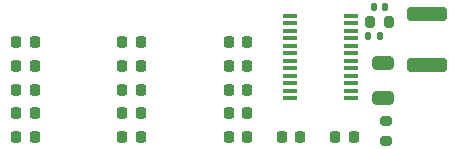
<source format=gbr>
%TF.GenerationSoftware,KiCad,Pcbnew,(6.0.1)*%
%TF.CreationDate,2022-02-13T16:15:42+01:00*%
%TF.ProjectId,PiStackMon_lite,50695374-6163-46b4-9d6f-6e5f6c697465,rev?*%
%TF.SameCoordinates,Original*%
%TF.FileFunction,Paste,Top*%
%TF.FilePolarity,Positive*%
%FSLAX46Y46*%
G04 Gerber Fmt 4.6, Leading zero omitted, Abs format (unit mm)*
G04 Created by KiCad (PCBNEW (6.0.1)) date 2022-02-13 16:15:42*
%MOMM*%
%LPD*%
G01*
G04 APERTURE LIST*
G04 Aperture macros list*
%AMRoundRect*
0 Rectangle with rounded corners*
0 $1 Rounding radius*
0 $2 $3 $4 $5 $6 $7 $8 $9 X,Y pos of 4 corners*
0 Add a 4 corners polygon primitive as box body*
4,1,4,$2,$3,$4,$5,$6,$7,$8,$9,$2,$3,0*
0 Add four circle primitives for the rounded corners*
1,1,$1+$1,$2,$3*
1,1,$1+$1,$4,$5*
1,1,$1+$1,$6,$7*
1,1,$1+$1,$8,$9*
0 Add four rect primitives between the rounded corners*
20,1,$1+$1,$2,$3,$4,$5,0*
20,1,$1+$1,$4,$5,$6,$7,0*
20,1,$1+$1,$6,$7,$8,$9,0*
20,1,$1+$1,$8,$9,$2,$3,0*%
G04 Aperture macros list end*
%ADD10RoundRect,0.218750X0.218750X0.256250X-0.218750X0.256250X-0.218750X-0.256250X0.218750X-0.256250X0*%
%ADD11RoundRect,0.200000X-0.200000X-0.275000X0.200000X-0.275000X0.200000X0.275000X-0.200000X0.275000X0*%
%ADD12R,1.200000X0.400000*%
%ADD13RoundRect,0.250000X-1.450000X0.312500X-1.450000X-0.312500X1.450000X-0.312500X1.450000X0.312500X0*%
%ADD14RoundRect,0.200000X0.275000X-0.200000X0.275000X0.200000X-0.275000X0.200000X-0.275000X-0.200000X0*%
%ADD15RoundRect,0.250000X0.650000X-0.325000X0.650000X0.325000X-0.650000X0.325000X-0.650000X-0.325000X0*%
%ADD16RoundRect,0.135000X-0.135000X-0.185000X0.135000X-0.185000X0.135000X0.185000X-0.135000X0.185000X0*%
%ADD17RoundRect,0.140000X-0.140000X-0.170000X0.140000X-0.170000X0.140000X0.170000X-0.140000X0.170000X0*%
G04 APERTURE END LIST*
D10*
%TO.C,D2*%
X49037500Y-43500000D03*
X47462500Y-43500000D03*
%TD*%
%TO.C,D3*%
X49037500Y-41500000D03*
X47462500Y-41500000D03*
%TD*%
%TO.C,D6*%
X40037500Y-45500000D03*
X38462500Y-45500000D03*
%TD*%
%TO.C,D7*%
X40037500Y-43500000D03*
X38462500Y-43500000D03*
%TD*%
%TO.C,D8*%
X40037500Y-41500000D03*
X38462500Y-41500000D03*
%TD*%
%TO.C,D9*%
X40037500Y-39500000D03*
X38462500Y-39500000D03*
%TD*%
%TO.C,D10*%
X40037500Y-37500000D03*
X38462500Y-37500000D03*
%TD*%
%TO.C,D12*%
X31037500Y-39500000D03*
X29462500Y-39500000D03*
%TD*%
%TO.C,D13*%
X31037500Y-41500000D03*
X29462500Y-41500000D03*
%TD*%
D11*
%TO.C,R2*%
X59425000Y-35750000D03*
X61075000Y-35750000D03*
%TD*%
D10*
%TO.C,D14*%
X31037500Y-43500000D03*
X29462500Y-43500000D03*
%TD*%
%TO.C,D5*%
X49037500Y-37500000D03*
X47462500Y-37500000D03*
%TD*%
%TO.C,D15*%
X31037500Y-45500000D03*
X29462500Y-45500000D03*
%TD*%
%TO.C,D11*%
X31037500Y-37500000D03*
X29462500Y-37500000D03*
%TD*%
D12*
%TO.C,U1*%
X52650000Y-35257500D03*
X52650000Y-35892500D03*
X52650000Y-36527500D03*
X52650000Y-37162500D03*
X52650000Y-37797500D03*
X52650000Y-38432500D03*
X52650000Y-39067500D03*
X52650000Y-39702500D03*
X52650000Y-40337500D03*
X52650000Y-40972500D03*
X52650000Y-41607500D03*
X52650000Y-42242500D03*
X57850000Y-42242500D03*
X57850000Y-41607500D03*
X57850000Y-40972500D03*
X57850000Y-40337500D03*
X57850000Y-39702500D03*
X57850000Y-39067500D03*
X57850000Y-38432500D03*
X57850000Y-37797500D03*
X57850000Y-37162500D03*
X57850000Y-36527500D03*
X57850000Y-35892500D03*
X57850000Y-35257500D03*
%TD*%
D13*
%TO.C,F1*%
X64250000Y-35112500D03*
X64250000Y-39387500D03*
%TD*%
D10*
%TO.C,D16*%
X58037500Y-45500000D03*
X56462500Y-45500000D03*
%TD*%
%TO.C,D1*%
X49037500Y-45500000D03*
X47462500Y-45500000D03*
%TD*%
D14*
%TO.C,R3*%
X60750000Y-45825000D03*
X60750000Y-44175000D03*
%TD*%
D10*
%TO.C,D4*%
X49037500Y-39500000D03*
X47462500Y-39500000D03*
%TD*%
D15*
%TO.C,C1*%
X60500000Y-42225000D03*
X60500000Y-39275000D03*
%TD*%
D16*
%TO.C,R5*%
X59240000Y-37000000D03*
X60260000Y-37000000D03*
%TD*%
D17*
%TO.C,C2*%
X59770000Y-34500000D03*
X60730000Y-34500000D03*
%TD*%
D10*
%TO.C,D17*%
X53537500Y-45500000D03*
X51962500Y-45500000D03*
%TD*%
M02*

</source>
